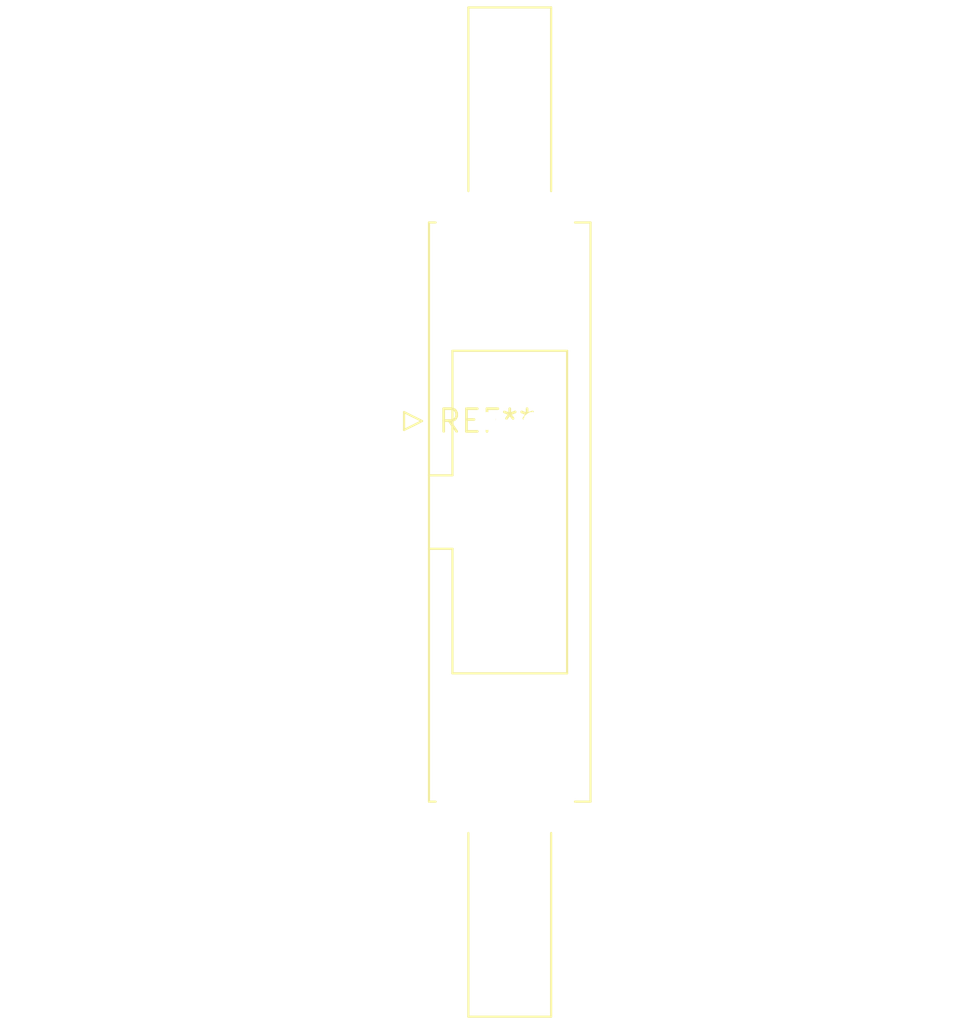
<source format=kicad_pcb>
(kicad_pcb (version 20240108) (generator pcbnew)
  (layers (0 "F.Cu" signal) (31 "B.Cu" signal) (34 "B.Paste" user) (35 "F.Paste" user) (36 "B.SilkS" user "B.Silkscreen") (37 "F.SilkS" user "F.Silkscreen") (38 "B.Mask" user) (39 "F.Mask" user) (44 "Edge.Cuts" user))
  (net 0 "")
  (footprint "IDC-Header_2x05-1MP_P2.54mm_Latch12.0mm_Vertical" (layer "F.Cu") (at 0 0)
    (property "Reference" "REF**")
    (property "Value" "IDC-Header_2x05-1MP_P2.54mm_Latch12.0mm_Vertical")
    (fp_line (start -4.63 -0.5) (end -4.63 0.5) (layer "F.SilkS") (stroke (width 0.12)))
    (fp_line (start -4.63 0.5) (end -3.63 0) (layer "F.SilkS") (stroke (width 0.12)))
    (fp_line (start -3.63 0) (end -4.63 -0.5) (layer "F.SilkS") (stroke (width 0.12)))
    (fp_line (start -3.24 -11.08) (end -3.24 21.24) (layer "F.SilkS") (stroke (width 0.12)))
    (fp_line (start -3.24 3.03) (end -1.93 3.03) (layer "F.SilkS") (stroke (width 0.12)))
    (fp_line (start -3.24 21.24) (end -2.87 21.24) (layer "F.SilkS") (stroke (width 0.12)))
    (fp_line (start -2.87 -11.08) (end -3.24 -11.08) (layer "F.SilkS") (stroke (width 0.12)))
    (fp_line (start -1.93 -3.92) (end 4.47 -3.92) (layer "F.SilkS") (stroke (width 0.12)))
    (fp_line (start -1.93 3.03) (end -1.93 -3.92) (layer "F.SilkS") (stroke (width 0.12)))
    (fp_line (start -1.93 7.13) (end -3.24 7.13) (layer "F.SilkS") (stroke (width 0.12)))
    (fp_line (start -1.93 7.13) (end -1.93 7.13) (layer "F.SilkS") (stroke (width 0.12)))
    (fp_line (start -1.93 14.08) (end -1.93 7.13) (layer "F.SilkS") (stroke (width 0.12)))
    (fp_line (start -1.04 -23.08) (end 3.58 -23.08) (layer "F.SilkS") (stroke (width 0.12)))
    (fp_line (start -1.04 -12.83) (end -1.04 -23.08) (layer "F.SilkS") (stroke (width 0.12)))
    (fp_line (start -1.04 22.99) (end -1.04 33.24) (layer "F.SilkS") (stroke (width 0.12)))
    (fp_line (start -1.04 33.24) (end 3.58 33.24) (layer "F.SilkS") (stroke (width 0.12)))
    (fp_line (start 3.58 -23.08) (end 3.58 -12.83) (layer "F.SilkS") (stroke (width 0.12)))
    (fp_line (start 3.58 33.24) (end 3.58 22.99) (layer "F.SilkS") (stroke (width 0.12)))
    (fp_line (start 4.47 -3.92) (end 4.47 14.08) (layer "F.SilkS") (stroke (width 0.12)))
    (fp_line (start 4.47 14.08) (end -1.93 14.08) (layer "F.SilkS") (stroke (width 0.12)))
    (fp_line (start 4.91 -11.08) (end 5.78 -11.08) (layer "F.SilkS") (stroke (width 0.12)))
    (fp_line (start 5.78 -11.08) (end 5.78 21.24) (layer "F.SilkS") (stroke (width 0.12)))
    (fp_line (start 5.78 21.24) (end 4.91 21.24) (layer "F.SilkS") (stroke (width 0.12)))
    (pad "1" thru_hole roundrect (at 0 0) (size 1.7 1.7) (drill 1) (layers *.Cu *.Mask) (remove_unused_layers) (roundrect_rratio 0.147059))
    (pad "2" thru_hole circle (at 2.54 0) (size 1.7 1.7) (drill 1) (layers *.Cu *.Mask) (remove_unused_layers))
    (pad "3" thru_hole circle (at 0 2.54) (size 1.7 1.7) (drill 1) (layers *.Cu *.Mask) (remove_unused_layers))
    (pad "4" thru_hole circle (at 2.54 2.54) (size 1.7 1.7) (drill 1) (layers *.Cu *.Mask) (remove_unused_layers))
    (pad "5" thru_hole circle (at 0 5.08) (size 1.7 1.7) (drill 1) (layers *.Cu *.Mask) (remove_unused_layers))
    (pad "6" thru_hole circle (at 2.54 5.08) (size 1.7 1.7) (drill 1) (layers *.Cu *.Mask) (remove_unused_layers))
    (pad "7" thru_hole circle (at 0 7.62) (size 1.7 1.7) (drill 1) (layers *.Cu *.Mask) (remove_unused_layers))
    (pad "8" thru_hole circle (at 2.54 7.62) (size 1.7 1.7) (drill 1) (layers *.Cu *.Mask) (remove_unused_layers))
    (pad "9" thru_hole circle (at 0 10.16) (size 1.7 1.7) (drill 1) (layers *.Cu *.Mask) (remove_unused_layers))
    (pad "10" thru_hole circle (at 2.54 10.16) (size 1.7 1.7) (drill 1) (layers *.Cu *.Mask) (remove_unused_layers))
    (pad "MP" thru_hole circle (at 1.02 -8.94) (size 8 8) (drill 2.69) (layers *.Cu *.Mask) (remove_unused_layers))
    (pad "MP" thru_hole circle (at 1.02 19.1) (size 8 8) (drill 2.69) (layers *.Cu *.Mask) (remove_unused_layers))
  )
)
</source>
